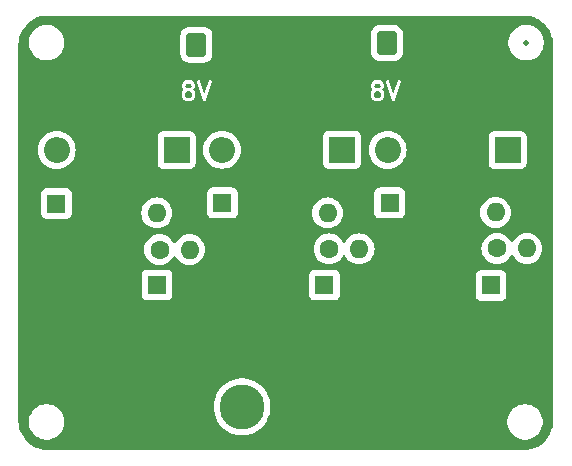
<source format=gbr>
%TF.GenerationSoftware,KiCad,Pcbnew,8.0.4*%
%TF.CreationDate,2024-09-01T23:45:10+09:00*%
%TF.ProjectId,servo_supply,73657276-6f5f-4737-9570-706c792e6b69,rev?*%
%TF.SameCoordinates,Original*%
%TF.FileFunction,Copper,L1,Top*%
%TF.FilePolarity,Positive*%
%FSLAX46Y46*%
G04 Gerber Fmt 4.6, Leading zero omitted, Abs format (unit mm)*
G04 Created by KiCad (PCBNEW 8.0.4) date 2024-09-01 23:45:10*
%MOMM*%
%LPD*%
G01*
G04 APERTURE LIST*
G04 Aperture macros list*
%AMRoundRect*
0 Rectangle with rounded corners*
0 $1 Rounding radius*
0 $2 $3 $4 $5 $6 $7 $8 $9 X,Y pos of 4 corners*
0 Add a 4 corners polygon primitive as box body*
4,1,4,$2,$3,$4,$5,$6,$7,$8,$9,$2,$3,0*
0 Add four circle primitives for the rounded corners*
1,1,$1+$1,$2,$3*
1,1,$1+$1,$4,$5*
1,1,$1+$1,$6,$7*
1,1,$1+$1,$8,$9*
0 Add four rect primitives between the rounded corners*
20,1,$1+$1,$2,$3,$4,$5,0*
20,1,$1+$1,$4,$5,$6,$7,0*
20,1,$1+$1,$6,$7,$8,$9,0*
20,1,$1+$1,$8,$9,$2,$3,0*%
G04 Aperture macros list end*
%ADD10C,0.300000*%
%TA.AperFunction,ComponentPad*%
%ADD11C,1.600000*%
%TD*%
%TA.AperFunction,ComponentPad*%
%ADD12O,1.600000X1.600000*%
%TD*%
%TA.AperFunction,ComponentPad*%
%ADD13R,1.600000X1.600000*%
%TD*%
%TA.AperFunction,SMDPad,CuDef*%
%ADD14C,0.500000*%
%TD*%
%TA.AperFunction,ComponentPad*%
%ADD15R,2.200000X2.200000*%
%TD*%
%TA.AperFunction,ComponentPad*%
%ADD16O,2.200000X2.200000*%
%TD*%
%TA.AperFunction,ComponentPad*%
%ADD17RoundRect,0.250000X-0.600000X-0.750000X0.600000X-0.750000X0.600000X0.750000X-0.600000X0.750000X0*%
%TD*%
%TA.AperFunction,ComponentPad*%
%ADD18O,1.700000X2.000000*%
%TD*%
%TA.AperFunction,ComponentPad*%
%ADD19R,3.800000X3.800000*%
%TD*%
%TA.AperFunction,ComponentPad*%
%ADD20C,3.800000*%
%TD*%
%TA.AperFunction,ViaPad*%
%ADD21C,0.600000*%
%TD*%
%TA.AperFunction,Conductor*%
%ADD22C,0.800000*%
%TD*%
G04 APERTURE END LIST*
D10*
G36*
X168494514Y-79148392D02*
G01*
X168531518Y-79185396D01*
X168576225Y-79274810D01*
X168576225Y-79489703D01*
X168531517Y-79579117D01*
X168494514Y-79616121D01*
X168405101Y-79660828D01*
X168190206Y-79660828D01*
X168100792Y-79616121D01*
X168063787Y-79579116D01*
X168019082Y-79489704D01*
X168019082Y-79274809D01*
X168063788Y-79185395D01*
X168100792Y-79148392D01*
X168190206Y-79103685D01*
X168405100Y-79103685D01*
X168494514Y-79148392D01*
G37*
G36*
X168494514Y-78505535D02*
G01*
X168531518Y-78542539D01*
X168576225Y-78631952D01*
X168576225Y-78632560D01*
X168531517Y-78721974D01*
X168494514Y-78758978D01*
X168405101Y-78803685D01*
X168190206Y-78803685D01*
X168100792Y-78758978D01*
X168063787Y-78721973D01*
X168019082Y-78632561D01*
X168019082Y-78631951D01*
X168063787Y-78542540D01*
X168100792Y-78505535D01*
X168190206Y-78460828D01*
X168405100Y-78460828D01*
X168494514Y-78505535D01*
G37*
G36*
X170470286Y-80127495D02*
G01*
X167552415Y-80127495D01*
X167552415Y-78596542D01*
X167719082Y-78596542D01*
X167719082Y-78667971D01*
X167721964Y-78697235D01*
X167724026Y-78702213D01*
X167724408Y-78707589D01*
X167734918Y-78735053D01*
X167806346Y-78877910D01*
X167814273Y-78890503D01*
X167815789Y-78894163D01*
X167819170Y-78898282D01*
X167822011Y-78902796D01*
X167825004Y-78905392D01*
X167834444Y-78916894D01*
X167871235Y-78953685D01*
X167834445Y-78990475D01*
X167825002Y-79001980D01*
X167822011Y-79004575D01*
X167819171Y-79009085D01*
X167815790Y-79013206D01*
X167814274Y-79016865D01*
X167806346Y-79029460D01*
X167734918Y-79172319D01*
X167724408Y-79199782D01*
X167724026Y-79205157D01*
X167721964Y-79210136D01*
X167719082Y-79239400D01*
X167719082Y-79525114D01*
X167721964Y-79554378D01*
X167724026Y-79559356D01*
X167724408Y-79564732D01*
X167734918Y-79592196D01*
X167806346Y-79735053D01*
X167814273Y-79747646D01*
X167815789Y-79751306D01*
X167819170Y-79755425D01*
X167822011Y-79759939D01*
X167825004Y-79762535D01*
X167834444Y-79774037D01*
X167905873Y-79845466D01*
X167917377Y-79854907D01*
X167919972Y-79857899D01*
X167924481Y-79860737D01*
X167928604Y-79864121D01*
X167932265Y-79865637D01*
X167944857Y-79873564D01*
X168087715Y-79944992D01*
X168115178Y-79955502D01*
X168120553Y-79955883D01*
X168125532Y-79957946D01*
X168154796Y-79960828D01*
X168440510Y-79960828D01*
X168469774Y-79957946D01*
X168474752Y-79955883D01*
X168480128Y-79955502D01*
X168507591Y-79944992D01*
X168650450Y-79873564D01*
X168663044Y-79865635D01*
X168666704Y-79864120D01*
X168670824Y-79860738D01*
X168675335Y-79857899D01*
X168677929Y-79854907D01*
X168689435Y-79845465D01*
X168760863Y-79774036D01*
X168770301Y-79762535D01*
X168773295Y-79759939D01*
X168776135Y-79755426D01*
X168779517Y-79751306D01*
X168781032Y-79747646D01*
X168788960Y-79735053D01*
X168860389Y-79592197D01*
X168870898Y-79564733D01*
X168871279Y-79559358D01*
X168873343Y-79554378D01*
X168876225Y-79525114D01*
X168876225Y-79239400D01*
X168873343Y-79210136D01*
X168871281Y-79205158D01*
X168870899Y-79199781D01*
X168860389Y-79172318D01*
X168788960Y-79029460D01*
X168781033Y-79016868D01*
X168779517Y-79013206D01*
X168776133Y-79009083D01*
X168773295Y-79004574D01*
X168770302Y-79001978D01*
X168760862Y-78990476D01*
X168724071Y-78953685D01*
X168760863Y-78916893D01*
X168770301Y-78905392D01*
X168773295Y-78902796D01*
X168776135Y-78898283D01*
X168779517Y-78894163D01*
X168781032Y-78890503D01*
X168788960Y-78877910D01*
X168860389Y-78735054D01*
X168870898Y-78707590D01*
X168871279Y-78702215D01*
X168873343Y-78697235D01*
X168876225Y-78667971D01*
X168876225Y-78596542D01*
X168873343Y-78567278D01*
X168871279Y-78562297D01*
X168870898Y-78556923D01*
X168860389Y-78529459D01*
X168788960Y-78386603D01*
X168781033Y-78374011D01*
X168779517Y-78370349D01*
X168776133Y-78366226D01*
X168773295Y-78361717D01*
X168770302Y-78359121D01*
X168760862Y-78347619D01*
X168742832Y-78329589D01*
X169005974Y-78329589D01*
X169012494Y-78358262D01*
X169512494Y-79858262D01*
X169524482Y-79885113D01*
X169531504Y-79893210D01*
X169536297Y-79902795D01*
X169550503Y-79915116D01*
X169562829Y-79929328D01*
X169572416Y-79934121D01*
X169580511Y-79941142D01*
X169598353Y-79947089D01*
X169615177Y-79955501D01*
X169625867Y-79956260D01*
X169636035Y-79959650D01*
X169654791Y-79958317D01*
X169673557Y-79959651D01*
X169683727Y-79956260D01*
X169694416Y-79955501D01*
X169711237Y-79947090D01*
X169729081Y-79941142D01*
X169737177Y-79934119D01*
X169746763Y-79929327D01*
X169759086Y-79915118D01*
X169773295Y-79902795D01*
X169778087Y-79893209D01*
X169785110Y-79885113D01*
X169797098Y-79858262D01*
X170297099Y-78358262D01*
X170303619Y-78329588D01*
X170299469Y-78271208D01*
X170273295Y-78218861D01*
X170229081Y-78180514D01*
X170173557Y-78162005D01*
X170115177Y-78166155D01*
X170062829Y-78192328D01*
X170024482Y-78236543D01*
X170012494Y-78263394D01*
X169654796Y-79336486D01*
X169297098Y-78263394D01*
X169285110Y-78236543D01*
X169246763Y-78192329D01*
X169194416Y-78166155D01*
X169136035Y-78162006D01*
X169080511Y-78180514D01*
X169036297Y-78218861D01*
X169010123Y-78271208D01*
X169005974Y-78329589D01*
X168742832Y-78329589D01*
X168689434Y-78276191D01*
X168677932Y-78266751D01*
X168675336Y-78263758D01*
X168670822Y-78260917D01*
X168666703Y-78257536D01*
X168663043Y-78256020D01*
X168650450Y-78248093D01*
X168507592Y-78176664D01*
X168480129Y-78166154D01*
X168474751Y-78165771D01*
X168469774Y-78163710D01*
X168440510Y-78160828D01*
X168154796Y-78160828D01*
X168125532Y-78163710D01*
X168120551Y-78165773D01*
X168115177Y-78166155D01*
X168087713Y-78176664D01*
X167944857Y-78248093D01*
X167932263Y-78256020D01*
X167928604Y-78257536D01*
X167924483Y-78260917D01*
X167919971Y-78263758D01*
X167917374Y-78266751D01*
X167905874Y-78276190D01*
X167834445Y-78347618D01*
X167825005Y-78359120D01*
X167822011Y-78361717D01*
X167819169Y-78366231D01*
X167815790Y-78370349D01*
X167814274Y-78374007D01*
X167806346Y-78386603D01*
X167734918Y-78529460D01*
X167724408Y-78556924D01*
X167724026Y-78562299D01*
X167721964Y-78567278D01*
X167719082Y-78596542D01*
X167552415Y-78596542D01*
X167552415Y-77994161D01*
X170470286Y-77994161D01*
X170470286Y-80127495D01*
G37*
G36*
X152492514Y-79148392D02*
G01*
X152529518Y-79185396D01*
X152574225Y-79274810D01*
X152574225Y-79489703D01*
X152529517Y-79579117D01*
X152492514Y-79616121D01*
X152403101Y-79660828D01*
X152188206Y-79660828D01*
X152098792Y-79616121D01*
X152061787Y-79579116D01*
X152017082Y-79489704D01*
X152017082Y-79274809D01*
X152061788Y-79185395D01*
X152098792Y-79148392D01*
X152188206Y-79103685D01*
X152403100Y-79103685D01*
X152492514Y-79148392D01*
G37*
G36*
X152492514Y-78505535D02*
G01*
X152529518Y-78542539D01*
X152574225Y-78631952D01*
X152574225Y-78632560D01*
X152529517Y-78721974D01*
X152492514Y-78758978D01*
X152403101Y-78803685D01*
X152188206Y-78803685D01*
X152098792Y-78758978D01*
X152061787Y-78721973D01*
X152017082Y-78632561D01*
X152017082Y-78631951D01*
X152061787Y-78542540D01*
X152098792Y-78505535D01*
X152188206Y-78460828D01*
X152403100Y-78460828D01*
X152492514Y-78505535D01*
G37*
G36*
X154468286Y-80127495D02*
G01*
X151550415Y-80127495D01*
X151550415Y-78596542D01*
X151717082Y-78596542D01*
X151717082Y-78667971D01*
X151719964Y-78697235D01*
X151722026Y-78702213D01*
X151722408Y-78707589D01*
X151732918Y-78735053D01*
X151804346Y-78877910D01*
X151812273Y-78890503D01*
X151813789Y-78894163D01*
X151817170Y-78898282D01*
X151820011Y-78902796D01*
X151823004Y-78905392D01*
X151832444Y-78916894D01*
X151869235Y-78953685D01*
X151832445Y-78990475D01*
X151823002Y-79001980D01*
X151820011Y-79004575D01*
X151817171Y-79009085D01*
X151813790Y-79013206D01*
X151812274Y-79016865D01*
X151804346Y-79029460D01*
X151732918Y-79172319D01*
X151722408Y-79199782D01*
X151722026Y-79205157D01*
X151719964Y-79210136D01*
X151717082Y-79239400D01*
X151717082Y-79525114D01*
X151719964Y-79554378D01*
X151722026Y-79559356D01*
X151722408Y-79564732D01*
X151732918Y-79592196D01*
X151804346Y-79735053D01*
X151812273Y-79747646D01*
X151813789Y-79751306D01*
X151817170Y-79755425D01*
X151820011Y-79759939D01*
X151823004Y-79762535D01*
X151832444Y-79774037D01*
X151903873Y-79845466D01*
X151915377Y-79854907D01*
X151917972Y-79857899D01*
X151922481Y-79860737D01*
X151926604Y-79864121D01*
X151930265Y-79865637D01*
X151942857Y-79873564D01*
X152085715Y-79944992D01*
X152113178Y-79955502D01*
X152118553Y-79955883D01*
X152123532Y-79957946D01*
X152152796Y-79960828D01*
X152438510Y-79960828D01*
X152467774Y-79957946D01*
X152472752Y-79955883D01*
X152478128Y-79955502D01*
X152505591Y-79944992D01*
X152648450Y-79873564D01*
X152661044Y-79865635D01*
X152664704Y-79864120D01*
X152668824Y-79860738D01*
X152673335Y-79857899D01*
X152675929Y-79854907D01*
X152687435Y-79845465D01*
X152758863Y-79774036D01*
X152768301Y-79762535D01*
X152771295Y-79759939D01*
X152774135Y-79755426D01*
X152777517Y-79751306D01*
X152779032Y-79747646D01*
X152786960Y-79735053D01*
X152858389Y-79592197D01*
X152868898Y-79564733D01*
X152869279Y-79559358D01*
X152871343Y-79554378D01*
X152874225Y-79525114D01*
X152874225Y-79239400D01*
X152871343Y-79210136D01*
X152869281Y-79205158D01*
X152868899Y-79199781D01*
X152858389Y-79172318D01*
X152786960Y-79029460D01*
X152779033Y-79016868D01*
X152777517Y-79013206D01*
X152774133Y-79009083D01*
X152771295Y-79004574D01*
X152768302Y-79001978D01*
X152758862Y-78990476D01*
X152722071Y-78953685D01*
X152758863Y-78916893D01*
X152768301Y-78905392D01*
X152771295Y-78902796D01*
X152774135Y-78898283D01*
X152777517Y-78894163D01*
X152779032Y-78890503D01*
X152786960Y-78877910D01*
X152858389Y-78735054D01*
X152868898Y-78707590D01*
X152869279Y-78702215D01*
X152871343Y-78697235D01*
X152874225Y-78667971D01*
X152874225Y-78596542D01*
X152871343Y-78567278D01*
X152869279Y-78562297D01*
X152868898Y-78556923D01*
X152858389Y-78529459D01*
X152786960Y-78386603D01*
X152779033Y-78374011D01*
X152777517Y-78370349D01*
X152774133Y-78366226D01*
X152771295Y-78361717D01*
X152768302Y-78359121D01*
X152758862Y-78347619D01*
X152740832Y-78329589D01*
X153003974Y-78329589D01*
X153010494Y-78358262D01*
X153510494Y-79858262D01*
X153522482Y-79885113D01*
X153529504Y-79893210D01*
X153534297Y-79902795D01*
X153548503Y-79915116D01*
X153560829Y-79929328D01*
X153570416Y-79934121D01*
X153578511Y-79941142D01*
X153596353Y-79947089D01*
X153613177Y-79955501D01*
X153623867Y-79956260D01*
X153634035Y-79959650D01*
X153652791Y-79958317D01*
X153671557Y-79959651D01*
X153681727Y-79956260D01*
X153692416Y-79955501D01*
X153709237Y-79947090D01*
X153727081Y-79941142D01*
X153735177Y-79934119D01*
X153744763Y-79929327D01*
X153757086Y-79915118D01*
X153771295Y-79902795D01*
X153776087Y-79893209D01*
X153783110Y-79885113D01*
X153795098Y-79858262D01*
X154295099Y-78358262D01*
X154301619Y-78329588D01*
X154297469Y-78271208D01*
X154271295Y-78218861D01*
X154227081Y-78180514D01*
X154171557Y-78162005D01*
X154113177Y-78166155D01*
X154060829Y-78192328D01*
X154022482Y-78236543D01*
X154010494Y-78263394D01*
X153652796Y-79336486D01*
X153295098Y-78263394D01*
X153283110Y-78236543D01*
X153244763Y-78192329D01*
X153192416Y-78166155D01*
X153134035Y-78162006D01*
X153078511Y-78180514D01*
X153034297Y-78218861D01*
X153008123Y-78271208D01*
X153003974Y-78329589D01*
X152740832Y-78329589D01*
X152687434Y-78276191D01*
X152675932Y-78266751D01*
X152673336Y-78263758D01*
X152668822Y-78260917D01*
X152664703Y-78257536D01*
X152661043Y-78256020D01*
X152648450Y-78248093D01*
X152505592Y-78176664D01*
X152478129Y-78166154D01*
X152472751Y-78165771D01*
X152467774Y-78163710D01*
X152438510Y-78160828D01*
X152152796Y-78160828D01*
X152123532Y-78163710D01*
X152118551Y-78165773D01*
X152113177Y-78166155D01*
X152085713Y-78176664D01*
X151942857Y-78248093D01*
X151930263Y-78256020D01*
X151926604Y-78257536D01*
X151922483Y-78260917D01*
X151917971Y-78263758D01*
X151915374Y-78266751D01*
X151903874Y-78276190D01*
X151832445Y-78347618D01*
X151823005Y-78359120D01*
X151820011Y-78361717D01*
X151817169Y-78366231D01*
X151813790Y-78370349D01*
X151812274Y-78374007D01*
X151804346Y-78386603D01*
X151732918Y-78529460D01*
X151722408Y-78556924D01*
X151722026Y-78562299D01*
X151719964Y-78567278D01*
X151717082Y-78596542D01*
X151550415Y-78596542D01*
X151550415Y-77994161D01*
X154468286Y-77994161D01*
X154468286Y-80127495D01*
G37*
D11*
%TO.P,R6,1*%
%TO.N,GND*%
X152165000Y-89408000D03*
D12*
%TO.P,R6,2*%
%TO.N,Net-(U3-ADJ)*%
X149625000Y-89408000D03*
%TD*%
D13*
%TO.P,C2,1*%
%TO.N,Net-(D2-A)*%
X155174887Y-88560000D03*
D11*
%TO.P,C2,2*%
%TO.N,GND*%
X157674887Y-88560000D03*
%TD*%
D14*
%TO.P,REF\u002A\u002A,*%
%TO.N,*%
X180900000Y-75000000D03*
%TD*%
D11*
%TO.P,R5,1*%
%TO.N,GND*%
X166624000Y-89408000D03*
D12*
%TO.P,R5,2*%
%TO.N,Net-(U2-ADJ)*%
X164084000Y-89408000D03*
%TD*%
D15*
%TO.P,D3,1,K*%
%TO.N,+8V*%
X151300000Y-84080000D03*
D16*
%TO.P,D3,2,A*%
%TO.N,Net-(D3-A)*%
X141140000Y-84080000D03*
%TD*%
D11*
%TO.P,R4,1*%
%TO.N,GND*%
X180848000Y-89370000D03*
D12*
%TO.P,R4,2*%
%TO.N,Net-(U1-ADJ)*%
X178308000Y-89370000D03*
%TD*%
D13*
%TO.P,C4,1*%
%TO.N,Net-(D1-A)*%
X169344888Y-88560000D03*
D11*
%TO.P,C4,2*%
%TO.N,GND*%
X171844888Y-88560000D03*
%TD*%
D17*
%TO.P,J2,1,Pin_1*%
%TO.N,+8V*%
X152980000Y-75180000D03*
D18*
%TO.P,J2,2,Pin_2*%
%TO.N,GND*%
X155480000Y-75180000D03*
%TD*%
D13*
%TO.P,C1,1*%
%TO.N,+12V*%
X177920000Y-95540000D03*
D11*
%TO.P,C1,2*%
%TO.N,GND*%
X177920000Y-98040000D03*
%TD*%
D13*
%TO.P,C3,1*%
%TO.N,+12V*%
X163800000Y-95524888D03*
D11*
%TO.P,C3,2*%
%TO.N,GND*%
X163800000Y-98024888D03*
%TD*%
D13*
%TO.P,C5,1*%
%TO.N,+12V*%
X149640000Y-95524888D03*
D11*
%TO.P,C5,2*%
%TO.N,GND*%
X149640000Y-98024888D03*
%TD*%
D15*
%TO.P,D1,1,K*%
%TO.N,+8V*%
X179324000Y-84074000D03*
D16*
%TO.P,D1,2,A*%
%TO.N,Net-(D1-A)*%
X169164000Y-84074000D03*
%TD*%
D11*
%TO.P,R3,1*%
%TO.N,Net-(D3-A)*%
X149860000Y-92510000D03*
D12*
%TO.P,R3,2*%
%TO.N,Net-(U3-ADJ)*%
X152400000Y-92510000D03*
%TD*%
D11*
%TO.P,R2,1*%
%TO.N,Net-(D2-A)*%
X164215000Y-92450000D03*
D12*
%TO.P,R2,2*%
%TO.N,Net-(U2-ADJ)*%
X166755000Y-92450000D03*
%TD*%
D15*
%TO.P,D2,1,K*%
%TO.N,+8V*%
X165310000Y-84060000D03*
D16*
%TO.P,D2,2,A*%
%TO.N,Net-(D2-A)*%
X155150000Y-84060000D03*
%TD*%
D11*
%TO.P,R1,1*%
%TO.N,Net-(D1-A)*%
X178415000Y-92420000D03*
D12*
%TO.P,R1,2*%
%TO.N,Net-(U1-ADJ)*%
X180955000Y-92420000D03*
%TD*%
D13*
%TO.P,C6,1*%
%TO.N,Net-(D3-A)*%
X141120000Y-88630000D03*
D11*
%TO.P,C6,2*%
%TO.N,GND*%
X143620000Y-88630000D03*
%TD*%
D17*
%TO.P,J3,1,Pin_1*%
%TO.N,+8V*%
X169100000Y-75030000D03*
D18*
%TO.P,J3,2,Pin_2*%
%TO.N,GND*%
X171600000Y-75030000D03*
%TD*%
D19*
%TO.P,J1,1,Pin_1*%
%TO.N,GND*%
X161840000Y-105830000D03*
D20*
%TO.P,J1,2,Pin_2*%
%TO.N,+12V*%
X156840000Y-105830000D03*
%TD*%
D21*
%TO.N,GND*%
X153670000Y-99060000D03*
X168910000Y-98044000D03*
%TD*%
D22*
%TO.N,Net-(U1-ADJ)*%
X177965000Y-89370000D02*
X177965000Y-89430000D01*
X180955000Y-92420000D02*
X180955000Y-92360000D01*
%TD*%
%TA.AperFunction,Conductor*%
%TO.N,GND*%
G36*
X180703736Y-72700726D02*
G01*
X180993796Y-72718271D01*
X181008659Y-72720076D01*
X181290798Y-72771780D01*
X181305335Y-72775363D01*
X181579172Y-72860695D01*
X181593163Y-72866000D01*
X181854743Y-72983727D01*
X181867989Y-72990680D01*
X182113465Y-73139075D01*
X182125776Y-73147573D01*
X182351573Y-73324473D01*
X182362781Y-73334403D01*
X182565596Y-73537218D01*
X182575526Y-73548426D01*
X182729677Y-73745186D01*
X182752422Y-73774217D01*
X182760926Y-73786537D01*
X182791606Y-73837288D01*
X182909316Y-74032004D01*
X182916275Y-74045263D01*
X183033997Y-74306831D01*
X183039306Y-74320832D01*
X183124635Y-74594663D01*
X183128219Y-74609201D01*
X183179923Y-74891340D01*
X183181728Y-74906205D01*
X183199274Y-75196263D01*
X183199500Y-75203750D01*
X183199500Y-106996249D01*
X183199274Y-107003736D01*
X183181728Y-107293794D01*
X183179923Y-107308659D01*
X183128219Y-107590798D01*
X183124635Y-107605336D01*
X183039306Y-107879167D01*
X183033997Y-107893168D01*
X182916275Y-108154736D01*
X182909316Y-108167995D01*
X182760928Y-108413459D01*
X182752422Y-108425782D01*
X182575526Y-108651573D01*
X182565596Y-108662781D01*
X182362781Y-108865596D01*
X182351573Y-108875526D01*
X182125782Y-109052422D01*
X182113459Y-109060928D01*
X181867995Y-109209316D01*
X181854736Y-109216275D01*
X181593168Y-109333997D01*
X181579167Y-109339306D01*
X181305336Y-109424635D01*
X181290798Y-109428219D01*
X181008659Y-109479923D01*
X180993794Y-109481728D01*
X180703736Y-109499274D01*
X180696249Y-109499500D01*
X140403751Y-109499500D01*
X140396264Y-109499274D01*
X140106205Y-109481728D01*
X140091340Y-109479923D01*
X139809201Y-109428219D01*
X139794663Y-109424635D01*
X139520832Y-109339306D01*
X139506831Y-109333997D01*
X139245263Y-109216275D01*
X139232004Y-109209316D01*
X138986540Y-109060928D01*
X138974217Y-109052422D01*
X138748426Y-108875526D01*
X138737218Y-108865596D01*
X138534403Y-108662781D01*
X138524473Y-108651573D01*
X138455514Y-108563553D01*
X138347573Y-108425776D01*
X138339075Y-108413465D01*
X138190680Y-108167989D01*
X138183727Y-108154743D01*
X138066000Y-107893163D01*
X138060693Y-107879167D01*
X138054974Y-107860815D01*
X137975363Y-107605335D01*
X137971780Y-107590798D01*
X137920076Y-107308659D01*
X137918271Y-107293794D01*
X137900726Y-107003736D01*
X137900500Y-106996249D01*
X137900500Y-106981902D01*
X138799500Y-106981902D01*
X138799500Y-107218097D01*
X138836446Y-107451368D01*
X138909433Y-107675996D01*
X138998897Y-107851578D01*
X139016657Y-107886433D01*
X139155483Y-108077510D01*
X139322490Y-108244517D01*
X139513567Y-108383343D01*
X139572673Y-108413459D01*
X139724003Y-108490566D01*
X139724005Y-108490566D01*
X139724008Y-108490568D01*
X139844412Y-108529689D01*
X139948631Y-108563553D01*
X140181903Y-108600500D01*
X140181908Y-108600500D01*
X140418097Y-108600500D01*
X140651368Y-108563553D01*
X140875992Y-108490568D01*
X141086433Y-108383343D01*
X141277510Y-108244517D01*
X141444517Y-108077510D01*
X141583343Y-107886433D01*
X141690568Y-107675992D01*
X141763553Y-107451368D01*
X141786156Y-107308659D01*
X141800500Y-107218097D01*
X141800500Y-106981902D01*
X141763553Y-106748631D01*
X141690566Y-106524003D01*
X141583342Y-106313566D01*
X141444517Y-106122490D01*
X141277510Y-105955483D01*
X141104790Y-105829994D01*
X154434754Y-105829994D01*
X154434754Y-105830005D01*
X154453718Y-106131446D01*
X154453719Y-106131453D01*
X154510320Y-106428164D01*
X154603659Y-106715431D01*
X154603661Y-106715436D01*
X154732265Y-106988732D01*
X154732268Y-106988738D01*
X154894111Y-107243763D01*
X154894114Y-107243767D01*
X154894115Y-107243768D01*
X155086651Y-107476504D01*
X155299083Y-107675992D01*
X155306836Y-107683272D01*
X155306846Y-107683280D01*
X155551193Y-107860808D01*
X155551198Y-107860810D01*
X155551205Y-107860816D01*
X155815896Y-108006332D01*
X155815901Y-108006334D01*
X155815903Y-108006335D01*
X155815904Y-108006336D01*
X156096734Y-108117524D01*
X156096737Y-108117525D01*
X156194259Y-108142564D01*
X156389302Y-108192642D01*
X156536039Y-108211179D01*
X156688963Y-108230499D01*
X156688969Y-108230499D01*
X156688973Y-108230500D01*
X156688975Y-108230500D01*
X156991025Y-108230500D01*
X156991027Y-108230500D01*
X156991032Y-108230499D01*
X156991036Y-108230499D01*
X157070591Y-108220448D01*
X157290698Y-108192642D01*
X157583262Y-108117525D01*
X157583265Y-108117524D01*
X157864095Y-108006336D01*
X157864096Y-108006335D01*
X157864094Y-108006335D01*
X157864104Y-108006332D01*
X158128795Y-107860816D01*
X158373162Y-107683274D01*
X158593349Y-107476504D01*
X158785885Y-107243768D01*
X158947733Y-106988736D01*
X158950949Y-106981902D01*
X179299500Y-106981902D01*
X179299500Y-107218097D01*
X179336446Y-107451368D01*
X179409433Y-107675996D01*
X179498897Y-107851578D01*
X179516657Y-107886433D01*
X179655483Y-108077510D01*
X179822490Y-108244517D01*
X180013567Y-108383343D01*
X180072673Y-108413459D01*
X180224003Y-108490566D01*
X180224005Y-108490566D01*
X180224008Y-108490568D01*
X180344412Y-108529689D01*
X180448631Y-108563553D01*
X180681903Y-108600500D01*
X180681908Y-108600500D01*
X180918097Y-108600500D01*
X181151368Y-108563553D01*
X181375992Y-108490568D01*
X181586433Y-108383343D01*
X181777510Y-108244517D01*
X181944517Y-108077510D01*
X182083343Y-107886433D01*
X182190568Y-107675992D01*
X182263553Y-107451368D01*
X182286156Y-107308659D01*
X182300500Y-107218097D01*
X182300500Y-106981902D01*
X182263553Y-106748631D01*
X182190566Y-106524003D01*
X182083342Y-106313566D01*
X181944517Y-106122490D01*
X181777510Y-105955483D01*
X181586433Y-105816657D01*
X181375996Y-105709433D01*
X181151368Y-105636446D01*
X180918097Y-105599500D01*
X180918092Y-105599500D01*
X180681908Y-105599500D01*
X180681903Y-105599500D01*
X180448631Y-105636446D01*
X180224003Y-105709433D01*
X180013566Y-105816657D01*
X179904550Y-105895862D01*
X179822490Y-105955483D01*
X179822488Y-105955485D01*
X179822487Y-105955485D01*
X179655485Y-106122487D01*
X179655485Y-106122488D01*
X179655483Y-106122490D01*
X179595862Y-106204550D01*
X179516657Y-106313566D01*
X179409433Y-106524003D01*
X179336446Y-106748631D01*
X179299500Y-106981902D01*
X158950949Y-106981902D01*
X159076341Y-106715430D01*
X159169681Y-106428160D01*
X159226280Y-106131457D01*
X159226844Y-106122490D01*
X159245246Y-105830005D01*
X159245246Y-105829994D01*
X159226281Y-105528553D01*
X159226280Y-105528546D01*
X159226280Y-105528543D01*
X159169681Y-105231840D01*
X159076341Y-104944570D01*
X158947733Y-104671264D01*
X158785885Y-104416232D01*
X158593349Y-104183496D01*
X158373162Y-103976726D01*
X158373159Y-103976724D01*
X158373153Y-103976719D01*
X158128806Y-103799191D01*
X158128799Y-103799186D01*
X158128795Y-103799184D01*
X157864104Y-103653668D01*
X157864101Y-103653666D01*
X157864096Y-103653664D01*
X157864095Y-103653663D01*
X157583265Y-103542475D01*
X157583262Y-103542474D01*
X157290695Y-103467357D01*
X156991036Y-103429500D01*
X156991027Y-103429500D01*
X156688973Y-103429500D01*
X156688963Y-103429500D01*
X156389304Y-103467357D01*
X156096737Y-103542474D01*
X156096734Y-103542475D01*
X155815904Y-103653663D01*
X155815903Y-103653664D01*
X155551205Y-103799184D01*
X155551193Y-103799191D01*
X155306846Y-103976719D01*
X155306836Y-103976727D01*
X155086652Y-104183494D01*
X154894111Y-104416236D01*
X154732268Y-104671261D01*
X154732265Y-104671267D01*
X154603661Y-104944563D01*
X154603659Y-104944568D01*
X154510320Y-105231835D01*
X154453719Y-105528546D01*
X154453718Y-105528553D01*
X154434754Y-105829994D01*
X141104790Y-105829994D01*
X141086433Y-105816657D01*
X140875996Y-105709433D01*
X140651368Y-105636446D01*
X140418097Y-105599500D01*
X140418092Y-105599500D01*
X140181908Y-105599500D01*
X140181903Y-105599500D01*
X139948631Y-105636446D01*
X139724003Y-105709433D01*
X139513566Y-105816657D01*
X139404550Y-105895862D01*
X139322490Y-105955483D01*
X139322488Y-105955485D01*
X139322487Y-105955485D01*
X139155485Y-106122487D01*
X139155485Y-106122488D01*
X139155483Y-106122490D01*
X139095862Y-106204550D01*
X139016657Y-106313566D01*
X138909433Y-106524003D01*
X138836446Y-106748631D01*
X138799500Y-106981902D01*
X137900500Y-106981902D01*
X137900500Y-94677023D01*
X148339500Y-94677023D01*
X148339500Y-96372758D01*
X148339501Y-96372764D01*
X148345908Y-96432371D01*
X148396202Y-96567216D01*
X148396206Y-96567223D01*
X148482452Y-96682432D01*
X148482455Y-96682435D01*
X148597664Y-96768681D01*
X148597671Y-96768685D01*
X148732517Y-96818979D01*
X148732516Y-96818979D01*
X148739444Y-96819723D01*
X148792127Y-96825388D01*
X150487872Y-96825387D01*
X150547483Y-96818979D01*
X150682331Y-96768684D01*
X150797546Y-96682434D01*
X150883796Y-96567219D01*
X150934091Y-96432371D01*
X150940500Y-96372761D01*
X150940499Y-94677023D01*
X162499500Y-94677023D01*
X162499500Y-96372758D01*
X162499501Y-96372764D01*
X162505908Y-96432371D01*
X162556202Y-96567216D01*
X162556206Y-96567223D01*
X162642452Y-96682432D01*
X162642455Y-96682435D01*
X162757664Y-96768681D01*
X162757671Y-96768685D01*
X162892517Y-96818979D01*
X162892516Y-96818979D01*
X162899444Y-96819723D01*
X162952127Y-96825388D01*
X164647872Y-96825387D01*
X164707483Y-96818979D01*
X164842331Y-96768684D01*
X164957546Y-96682434D01*
X165043796Y-96567219D01*
X165094091Y-96432371D01*
X165100500Y-96372761D01*
X165100499Y-94692135D01*
X176619500Y-94692135D01*
X176619500Y-96387870D01*
X176619501Y-96387876D01*
X176625908Y-96447483D01*
X176676202Y-96582328D01*
X176676206Y-96582335D01*
X176762452Y-96697544D01*
X176762455Y-96697547D01*
X176877664Y-96783793D01*
X176877671Y-96783797D01*
X177012517Y-96834091D01*
X177012516Y-96834091D01*
X177019444Y-96834835D01*
X177072127Y-96840500D01*
X178767872Y-96840499D01*
X178827483Y-96834091D01*
X178962331Y-96783796D01*
X179077546Y-96697546D01*
X179163796Y-96582331D01*
X179214091Y-96447483D01*
X179220500Y-96387873D01*
X179220499Y-94692128D01*
X179214091Y-94632517D01*
X179208454Y-94617404D01*
X179163797Y-94497671D01*
X179163793Y-94497664D01*
X179077547Y-94382455D01*
X179077544Y-94382452D01*
X178962335Y-94296206D01*
X178962328Y-94296202D01*
X178827482Y-94245908D01*
X178827483Y-94245908D01*
X178767883Y-94239501D01*
X178767881Y-94239500D01*
X178767873Y-94239500D01*
X178767864Y-94239500D01*
X177072129Y-94239500D01*
X177072123Y-94239501D01*
X177012516Y-94245908D01*
X176877671Y-94296202D01*
X176877664Y-94296206D01*
X176762455Y-94382452D01*
X176762452Y-94382455D01*
X176676206Y-94497664D01*
X176676202Y-94497671D01*
X176625908Y-94632517D01*
X176621124Y-94677023D01*
X176619501Y-94692123D01*
X176619500Y-94692135D01*
X165100499Y-94692135D01*
X165100499Y-94677016D01*
X165094091Y-94617405D01*
X165049432Y-94497669D01*
X165043797Y-94482559D01*
X165043793Y-94482552D01*
X164957547Y-94367343D01*
X164957544Y-94367340D01*
X164842335Y-94281094D01*
X164842328Y-94281090D01*
X164707482Y-94230796D01*
X164707483Y-94230796D01*
X164647883Y-94224389D01*
X164647881Y-94224388D01*
X164647873Y-94224388D01*
X164647864Y-94224388D01*
X162952129Y-94224388D01*
X162952123Y-94224389D01*
X162892516Y-94230796D01*
X162757671Y-94281090D01*
X162757664Y-94281094D01*
X162642455Y-94367340D01*
X162642452Y-94367343D01*
X162556206Y-94482552D01*
X162556202Y-94482559D01*
X162505908Y-94617405D01*
X162499501Y-94677004D01*
X162499501Y-94677011D01*
X162499500Y-94677023D01*
X150940499Y-94677023D01*
X150940499Y-94677016D01*
X150934091Y-94617405D01*
X150889432Y-94497669D01*
X150883797Y-94482559D01*
X150883793Y-94482552D01*
X150797547Y-94367343D01*
X150797544Y-94367340D01*
X150682335Y-94281094D01*
X150682328Y-94281090D01*
X150547482Y-94230796D01*
X150547483Y-94230796D01*
X150487883Y-94224389D01*
X150487881Y-94224388D01*
X150487873Y-94224388D01*
X150487864Y-94224388D01*
X148792129Y-94224388D01*
X148792123Y-94224389D01*
X148732516Y-94230796D01*
X148597671Y-94281090D01*
X148597664Y-94281094D01*
X148482455Y-94367340D01*
X148482452Y-94367343D01*
X148396206Y-94482552D01*
X148396202Y-94482559D01*
X148345908Y-94617405D01*
X148339501Y-94677004D01*
X148339501Y-94677011D01*
X148339500Y-94677023D01*
X137900500Y-94677023D01*
X137900500Y-92509998D01*
X148554532Y-92509998D01*
X148554532Y-92510001D01*
X148574364Y-92736686D01*
X148574366Y-92736697D01*
X148633258Y-92956488D01*
X148633261Y-92956497D01*
X148729431Y-93162732D01*
X148729432Y-93162734D01*
X148859954Y-93349141D01*
X149020858Y-93510045D01*
X149020861Y-93510047D01*
X149207266Y-93640568D01*
X149413504Y-93736739D01*
X149633308Y-93795635D01*
X149795230Y-93809801D01*
X149859998Y-93815468D01*
X149860000Y-93815468D01*
X149860002Y-93815468D01*
X149916673Y-93810509D01*
X150086692Y-93795635D01*
X150306496Y-93736739D01*
X150512734Y-93640568D01*
X150699139Y-93510047D01*
X150860047Y-93349139D01*
X150990568Y-93162734D01*
X151017618Y-93104724D01*
X151063790Y-93052285D01*
X151130983Y-93033133D01*
X151197865Y-93053348D01*
X151242382Y-93104725D01*
X151269429Y-93162728D01*
X151269432Y-93162734D01*
X151399954Y-93349141D01*
X151560858Y-93510045D01*
X151560861Y-93510047D01*
X151747266Y-93640568D01*
X151953504Y-93736739D01*
X152173308Y-93795635D01*
X152335230Y-93809801D01*
X152399998Y-93815468D01*
X152400000Y-93815468D01*
X152400002Y-93815468D01*
X152456673Y-93810509D01*
X152626692Y-93795635D01*
X152846496Y-93736739D01*
X153052734Y-93640568D01*
X153239139Y-93510047D01*
X153400047Y-93349139D01*
X153530568Y-93162734D01*
X153626739Y-92956496D01*
X153685635Y-92736692D01*
X153705468Y-92510000D01*
X153700218Y-92449998D01*
X162909532Y-92449998D01*
X162909532Y-92450001D01*
X162929364Y-92676686D01*
X162929366Y-92676697D01*
X162988258Y-92896488D01*
X162988261Y-92896497D01*
X163084431Y-93102732D01*
X163084432Y-93102734D01*
X163214954Y-93289141D01*
X163375858Y-93450045D01*
X163375861Y-93450047D01*
X163562266Y-93580568D01*
X163768504Y-93676739D01*
X163988308Y-93735635D01*
X164150230Y-93749801D01*
X164214998Y-93755468D01*
X164215000Y-93755468D01*
X164215002Y-93755468D01*
X164271673Y-93750509D01*
X164441692Y-93735635D01*
X164661496Y-93676739D01*
X164867734Y-93580568D01*
X165054139Y-93450047D01*
X165215047Y-93289139D01*
X165345568Y-93102734D01*
X165372618Y-93044724D01*
X165418790Y-92992285D01*
X165485983Y-92973133D01*
X165552865Y-92993348D01*
X165597382Y-93044725D01*
X165624429Y-93102728D01*
X165624432Y-93102734D01*
X165754954Y-93289141D01*
X165915858Y-93450045D01*
X165915861Y-93450047D01*
X166102266Y-93580568D01*
X166308504Y-93676739D01*
X166528308Y-93735635D01*
X166690230Y-93749801D01*
X166754998Y-93755468D01*
X166755000Y-93755468D01*
X166755002Y-93755468D01*
X166811673Y-93750509D01*
X166981692Y-93735635D01*
X167201496Y-93676739D01*
X167407734Y-93580568D01*
X167594139Y-93450047D01*
X167755047Y-93289139D01*
X167885568Y-93102734D01*
X167981739Y-92896496D01*
X168040635Y-92676692D01*
X168060468Y-92450000D01*
X168057843Y-92420001D01*
X168057843Y-92419998D01*
X177109532Y-92419998D01*
X177109532Y-92420001D01*
X177129364Y-92646686D01*
X177129366Y-92646697D01*
X177188258Y-92866488D01*
X177188261Y-92866497D01*
X177284431Y-93072732D01*
X177284432Y-93072734D01*
X177414954Y-93259141D01*
X177575858Y-93420045D01*
X177575861Y-93420047D01*
X177762266Y-93550568D01*
X177968504Y-93646739D01*
X178188308Y-93705635D01*
X178350230Y-93719801D01*
X178414998Y-93725468D01*
X178415000Y-93725468D01*
X178415002Y-93725468D01*
X178471673Y-93720509D01*
X178641692Y-93705635D01*
X178861496Y-93646739D01*
X179067734Y-93550568D01*
X179254139Y-93420047D01*
X179415047Y-93259139D01*
X179545568Y-93072734D01*
X179572618Y-93014724D01*
X179618790Y-92962285D01*
X179685983Y-92943133D01*
X179752865Y-92963348D01*
X179797382Y-93014725D01*
X179824429Y-93072728D01*
X179824432Y-93072734D01*
X179954954Y-93259141D01*
X180115858Y-93420045D01*
X180115861Y-93420047D01*
X180302266Y-93550568D01*
X180508504Y-93646739D01*
X180728308Y-93705635D01*
X180890230Y-93719801D01*
X180954998Y-93725468D01*
X180955000Y-93725468D01*
X180955002Y-93725468D01*
X181011673Y-93720509D01*
X181181692Y-93705635D01*
X181401496Y-93646739D01*
X181607734Y-93550568D01*
X181794139Y-93420047D01*
X181955047Y-93259139D01*
X182085568Y-93072734D01*
X182181739Y-92866496D01*
X182240635Y-92646692D01*
X182260468Y-92420000D01*
X182240635Y-92193308D01*
X182181739Y-91973504D01*
X182085568Y-91767266D01*
X181955047Y-91580861D01*
X181955045Y-91580858D01*
X181794141Y-91419954D01*
X181607734Y-91289432D01*
X181607732Y-91289431D01*
X181401497Y-91193261D01*
X181401488Y-91193258D01*
X181181697Y-91134366D01*
X181181693Y-91134365D01*
X181181692Y-91134365D01*
X181181691Y-91134364D01*
X181181686Y-91134364D01*
X180955002Y-91114532D01*
X180954998Y-91114532D01*
X180728313Y-91134364D01*
X180728302Y-91134366D01*
X180508511Y-91193258D01*
X180508502Y-91193261D01*
X180302267Y-91289431D01*
X180302265Y-91289432D01*
X180115858Y-91419954D01*
X179954954Y-91580858D01*
X179824432Y-91767265D01*
X179824431Y-91767267D01*
X179797382Y-91825275D01*
X179751209Y-91877714D01*
X179684016Y-91896866D01*
X179617135Y-91876650D01*
X179572618Y-91825275D01*
X179545568Y-91767266D01*
X179415047Y-91580861D01*
X179415045Y-91580858D01*
X179254141Y-91419954D01*
X179067734Y-91289432D01*
X179067732Y-91289431D01*
X178861497Y-91193261D01*
X178861488Y-91193258D01*
X178641697Y-91134366D01*
X178641693Y-91134365D01*
X178641692Y-91134365D01*
X178641691Y-91134364D01*
X178641686Y-91134364D01*
X178415002Y-91114532D01*
X178414998Y-91114532D01*
X178188313Y-91134364D01*
X178188302Y-91134366D01*
X177968511Y-91193258D01*
X177968502Y-91193261D01*
X177762267Y-91289431D01*
X177762265Y-91289432D01*
X177575858Y-91419954D01*
X177414954Y-91580858D01*
X177284432Y-91767265D01*
X177284431Y-91767267D01*
X177188261Y-91973502D01*
X177188258Y-91973511D01*
X177129366Y-92193302D01*
X177129364Y-92193313D01*
X177109532Y-92419998D01*
X168057843Y-92419998D01*
X168054801Y-92385230D01*
X168040635Y-92223308D01*
X167981739Y-92003504D01*
X167885568Y-91797266D01*
X167755047Y-91610861D01*
X167755045Y-91610858D01*
X167594141Y-91449954D01*
X167407734Y-91319432D01*
X167407732Y-91319431D01*
X167201497Y-91223261D01*
X167201488Y-91223258D01*
X166981697Y-91164366D01*
X166981693Y-91164365D01*
X166981692Y-91164365D01*
X166981691Y-91164364D01*
X166981686Y-91164364D01*
X166755002Y-91144532D01*
X166754998Y-91144532D01*
X166528313Y-91164364D01*
X166528302Y-91164366D01*
X166308511Y-91223258D01*
X166308502Y-91223261D01*
X166102267Y-91319431D01*
X166102265Y-91319432D01*
X165915858Y-91449954D01*
X165754954Y-91610858D01*
X165624432Y-91797265D01*
X165624431Y-91797267D01*
X165597382Y-91855275D01*
X165551209Y-91907714D01*
X165484016Y-91926866D01*
X165417135Y-91906650D01*
X165372618Y-91855275D01*
X165345568Y-91797267D01*
X165345567Y-91797265D01*
X165324562Y-91767267D01*
X165215047Y-91610861D01*
X165215045Y-91610858D01*
X165054141Y-91449954D01*
X164867734Y-91319432D01*
X164867732Y-91319431D01*
X164661497Y-91223261D01*
X164661488Y-91223258D01*
X164441697Y-91164366D01*
X164441693Y-91164365D01*
X164441692Y-91164365D01*
X164441691Y-91164364D01*
X164441686Y-91164364D01*
X164215002Y-91144532D01*
X164214998Y-91144532D01*
X163988313Y-91164364D01*
X163988302Y-91164366D01*
X163768511Y-91223258D01*
X163768502Y-91223261D01*
X163562267Y-91319431D01*
X163562265Y-91319432D01*
X163375858Y-91449954D01*
X163214954Y-91610858D01*
X163084432Y-91797265D01*
X163084431Y-91797267D01*
X162988261Y-92003502D01*
X162988258Y-92003511D01*
X162929366Y-92223302D01*
X162929364Y-92223313D01*
X162909532Y-92449998D01*
X153700218Y-92449998D01*
X153685635Y-92283313D01*
X153685635Y-92283308D01*
X153626739Y-92063504D01*
X153530568Y-91857266D01*
X153400047Y-91670861D01*
X153400045Y-91670858D01*
X153239141Y-91509954D01*
X153052734Y-91379432D01*
X153052732Y-91379431D01*
X152846497Y-91283261D01*
X152846488Y-91283258D01*
X152626697Y-91224366D01*
X152626693Y-91224365D01*
X152626692Y-91224365D01*
X152626691Y-91224364D01*
X152626686Y-91224364D01*
X152400002Y-91204532D01*
X152399998Y-91204532D01*
X152173313Y-91224364D01*
X152173302Y-91224366D01*
X151953511Y-91283258D01*
X151953502Y-91283261D01*
X151747267Y-91379431D01*
X151747265Y-91379432D01*
X151560858Y-91509954D01*
X151399954Y-91670858D01*
X151269432Y-91857265D01*
X151269431Y-91857267D01*
X151242382Y-91915275D01*
X151196209Y-91967714D01*
X151129016Y-91986866D01*
X151062135Y-91966650D01*
X151017618Y-91915275D01*
X150990568Y-91857267D01*
X150990567Y-91857265D01*
X150948556Y-91797267D01*
X150860047Y-91670861D01*
X150860045Y-91670858D01*
X150699141Y-91509954D01*
X150512734Y-91379432D01*
X150512732Y-91379431D01*
X150306497Y-91283261D01*
X150306488Y-91283258D01*
X150086697Y-91224366D01*
X150086693Y-91224365D01*
X150086692Y-91224365D01*
X150086691Y-91224364D01*
X150086686Y-91224364D01*
X149860002Y-91204532D01*
X149859998Y-91204532D01*
X149633313Y-91224364D01*
X149633302Y-91224366D01*
X149413511Y-91283258D01*
X149413502Y-91283261D01*
X149207267Y-91379431D01*
X149207265Y-91379432D01*
X149020858Y-91509954D01*
X148859954Y-91670858D01*
X148729432Y-91857265D01*
X148729431Y-91857267D01*
X148633261Y-92063502D01*
X148633258Y-92063511D01*
X148574366Y-92283302D01*
X148574364Y-92283313D01*
X148554532Y-92509998D01*
X137900500Y-92509998D01*
X137900500Y-87782135D01*
X139819500Y-87782135D01*
X139819500Y-89477870D01*
X139819501Y-89477876D01*
X139825908Y-89537483D01*
X139876202Y-89672328D01*
X139876206Y-89672335D01*
X139962452Y-89787544D01*
X139962455Y-89787547D01*
X140077664Y-89873793D01*
X140077671Y-89873797D01*
X140212517Y-89924091D01*
X140212516Y-89924091D01*
X140219444Y-89924835D01*
X140272127Y-89930500D01*
X141967872Y-89930499D01*
X142027483Y-89924091D01*
X142162331Y-89873796D01*
X142277546Y-89787546D01*
X142363796Y-89672331D01*
X142414091Y-89537483D01*
X142420500Y-89477873D01*
X142420500Y-89407998D01*
X148319532Y-89407998D01*
X148319532Y-89408001D01*
X148339364Y-89634686D01*
X148339366Y-89634697D01*
X148398258Y-89854488D01*
X148398261Y-89854497D01*
X148494431Y-90060732D01*
X148494432Y-90060734D01*
X148624954Y-90247141D01*
X148785858Y-90408045D01*
X148785861Y-90408047D01*
X148972266Y-90538568D01*
X149178504Y-90634739D01*
X149398308Y-90693635D01*
X149560230Y-90707801D01*
X149624998Y-90713468D01*
X149625000Y-90713468D01*
X149625002Y-90713468D01*
X149681673Y-90708509D01*
X149851692Y-90693635D01*
X150071496Y-90634739D01*
X150277734Y-90538568D01*
X150464139Y-90408047D01*
X150625047Y-90247139D01*
X150755568Y-90060734D01*
X150851739Y-89854496D01*
X150910635Y-89634692D01*
X150930468Y-89408000D01*
X150910635Y-89181308D01*
X150851739Y-88961504D01*
X150755568Y-88755266D01*
X150625047Y-88568861D01*
X150625045Y-88568858D01*
X150464141Y-88407954D01*
X150277734Y-88277432D01*
X150277732Y-88277431D01*
X150071497Y-88181261D01*
X150071488Y-88181258D01*
X149851697Y-88122366D01*
X149851693Y-88122365D01*
X149851692Y-88122365D01*
X149851691Y-88122364D01*
X149851686Y-88122364D01*
X149625002Y-88102532D01*
X149624998Y-88102532D01*
X149398313Y-88122364D01*
X149398302Y-88122366D01*
X149178511Y-88181258D01*
X149178502Y-88181261D01*
X148972267Y-88277431D01*
X148972265Y-88277432D01*
X148785858Y-88407954D01*
X148624954Y-88568858D01*
X148494432Y-88755265D01*
X148494431Y-88755267D01*
X148398261Y-88961502D01*
X148398258Y-88961511D01*
X148339366Y-89181302D01*
X148339364Y-89181313D01*
X148319532Y-89407998D01*
X142420500Y-89407998D01*
X142420499Y-87782128D01*
X142414091Y-87722517D01*
X142410219Y-87712135D01*
X153874387Y-87712135D01*
X153874387Y-89407870D01*
X153874388Y-89407876D01*
X153880795Y-89467483D01*
X153931089Y-89602328D01*
X153931093Y-89602335D01*
X154017339Y-89717544D01*
X154017342Y-89717547D01*
X154132551Y-89803793D01*
X154132558Y-89803797D01*
X154267404Y-89854091D01*
X154267403Y-89854091D01*
X154271180Y-89854497D01*
X154327014Y-89860500D01*
X156022759Y-89860499D01*
X156082370Y-89854091D01*
X156217218Y-89803796D01*
X156332433Y-89717546D01*
X156418683Y-89602331D01*
X156468978Y-89467483D01*
X156475374Y-89407998D01*
X162778532Y-89407998D01*
X162778532Y-89408001D01*
X162798364Y-89634686D01*
X162798366Y-89634697D01*
X162857258Y-89854488D01*
X162857261Y-89854497D01*
X162953431Y-90060732D01*
X162953432Y-90060734D01*
X163083954Y-90247141D01*
X163244858Y-90408045D01*
X163244861Y-90408047D01*
X163431266Y-90538568D01*
X163637504Y-90634739D01*
X163857308Y-90693635D01*
X164019230Y-90707801D01*
X164083998Y-90713468D01*
X164084000Y-90713468D01*
X164084002Y-90713468D01*
X164140673Y-90708509D01*
X164310692Y-90693635D01*
X164530496Y-90634739D01*
X164736734Y-90538568D01*
X164923139Y-90408047D01*
X165084047Y-90247139D01*
X165214568Y-90060734D01*
X165310739Y-89854496D01*
X165369635Y-89634692D01*
X165389468Y-89408000D01*
X165369635Y-89181308D01*
X165310739Y-88961504D01*
X165214568Y-88755266D01*
X165084047Y-88568861D01*
X165084045Y-88568858D01*
X164923141Y-88407954D01*
X164736734Y-88277432D01*
X164736732Y-88277431D01*
X164530497Y-88181261D01*
X164530488Y-88181258D01*
X164310697Y-88122366D01*
X164310693Y-88122365D01*
X164310692Y-88122365D01*
X164310691Y-88122364D01*
X164310686Y-88122364D01*
X164084002Y-88102532D01*
X164083998Y-88102532D01*
X163857313Y-88122364D01*
X163857302Y-88122366D01*
X163637511Y-88181258D01*
X163637502Y-88181261D01*
X163431267Y-88277431D01*
X163431265Y-88277432D01*
X163244858Y-88407954D01*
X163083954Y-88568858D01*
X162953432Y-88755265D01*
X162953431Y-88755267D01*
X162857261Y-88961502D01*
X162857258Y-88961511D01*
X162798366Y-89181302D01*
X162798364Y-89181313D01*
X162778532Y-89407998D01*
X156475374Y-89407998D01*
X156475387Y-89407873D01*
X156475386Y-87712135D01*
X168044388Y-87712135D01*
X168044388Y-89407870D01*
X168044389Y-89407876D01*
X168050796Y-89467483D01*
X168101090Y-89602328D01*
X168101094Y-89602335D01*
X168187340Y-89717544D01*
X168187343Y-89717547D01*
X168302552Y-89803793D01*
X168302559Y-89803797D01*
X168437405Y-89854091D01*
X168437404Y-89854091D01*
X168441181Y-89854497D01*
X168497015Y-89860500D01*
X170192760Y-89860499D01*
X170252371Y-89854091D01*
X170387219Y-89803796D01*
X170502434Y-89717546D01*
X170588684Y-89602331D01*
X170638979Y-89467483D01*
X170645388Y-89407873D01*
X170645388Y-89369998D01*
X177002532Y-89369998D01*
X177002532Y-89370001D01*
X177022364Y-89596686D01*
X177022366Y-89596697D01*
X177081258Y-89816488D01*
X177081261Y-89816497D01*
X177177431Y-90022732D01*
X177177432Y-90022734D01*
X177307954Y-90209141D01*
X177468858Y-90370045D01*
X177468861Y-90370047D01*
X177655266Y-90500568D01*
X177861504Y-90596739D01*
X178081308Y-90655635D01*
X178243230Y-90669801D01*
X178307998Y-90675468D01*
X178308000Y-90675468D01*
X178308002Y-90675468D01*
X178364673Y-90670509D01*
X178534692Y-90655635D01*
X178754496Y-90596739D01*
X178960734Y-90500568D01*
X179147139Y-90370047D01*
X179308047Y-90209139D01*
X179438568Y-90022734D01*
X179534739Y-89816496D01*
X179593635Y-89596692D01*
X179613468Y-89370000D01*
X179593635Y-89143308D01*
X179544921Y-88961504D01*
X179534741Y-88923511D01*
X179534738Y-88923502D01*
X179456288Y-88755267D01*
X179438568Y-88717266D01*
X179308047Y-88530861D01*
X179308045Y-88530858D01*
X179147141Y-88369954D01*
X178960734Y-88239432D01*
X178960732Y-88239431D01*
X178754497Y-88143261D01*
X178754488Y-88143258D01*
X178534697Y-88084366D01*
X178534693Y-88084365D01*
X178534692Y-88084365D01*
X178534691Y-88084364D01*
X178534686Y-88084364D01*
X178308002Y-88064532D01*
X178307998Y-88064532D01*
X178081313Y-88084364D01*
X178081302Y-88084366D01*
X177861511Y-88143258D01*
X177861502Y-88143261D01*
X177655267Y-88239431D01*
X177655265Y-88239432D01*
X177468858Y-88369954D01*
X177307954Y-88530858D01*
X177177432Y-88717265D01*
X177177431Y-88717267D01*
X177081261Y-88923502D01*
X177081258Y-88923511D01*
X177022366Y-89143302D01*
X177022364Y-89143313D01*
X177002532Y-89369998D01*
X170645388Y-89369998D01*
X170645387Y-87712128D01*
X170638979Y-87652517D01*
X170614792Y-87587669D01*
X170588685Y-87517671D01*
X170588681Y-87517664D01*
X170502435Y-87402455D01*
X170502432Y-87402452D01*
X170387223Y-87316206D01*
X170387216Y-87316202D01*
X170252370Y-87265908D01*
X170252371Y-87265908D01*
X170192771Y-87259501D01*
X170192769Y-87259500D01*
X170192761Y-87259500D01*
X170192752Y-87259500D01*
X168497017Y-87259500D01*
X168497011Y-87259501D01*
X168437404Y-87265908D01*
X168302559Y-87316202D01*
X168302552Y-87316206D01*
X168187343Y-87402452D01*
X168187340Y-87402455D01*
X168101094Y-87517664D01*
X168101090Y-87517671D01*
X168050796Y-87652517D01*
X168044389Y-87712116D01*
X168044389Y-87712123D01*
X168044388Y-87712135D01*
X156475386Y-87712135D01*
X156475386Y-87712128D01*
X156468978Y-87652517D01*
X156444791Y-87587669D01*
X156418684Y-87517671D01*
X156418680Y-87517664D01*
X156332434Y-87402455D01*
X156332431Y-87402452D01*
X156217222Y-87316206D01*
X156217215Y-87316202D01*
X156082369Y-87265908D01*
X156082370Y-87265908D01*
X156022770Y-87259501D01*
X156022768Y-87259500D01*
X156022760Y-87259500D01*
X156022751Y-87259500D01*
X154327016Y-87259500D01*
X154327010Y-87259501D01*
X154267403Y-87265908D01*
X154132558Y-87316202D01*
X154132551Y-87316206D01*
X154017342Y-87402452D01*
X154017339Y-87402455D01*
X153931093Y-87517664D01*
X153931089Y-87517671D01*
X153880795Y-87652517D01*
X153874388Y-87712116D01*
X153874388Y-87712123D01*
X153874387Y-87712135D01*
X142410219Y-87712135D01*
X142410216Y-87712128D01*
X142363797Y-87587671D01*
X142363793Y-87587664D01*
X142277547Y-87472455D01*
X142277544Y-87472452D01*
X142162335Y-87386206D01*
X142162328Y-87386202D01*
X142027482Y-87335908D01*
X142027483Y-87335908D01*
X141967883Y-87329501D01*
X141967881Y-87329500D01*
X141967873Y-87329500D01*
X141967864Y-87329500D01*
X140272129Y-87329500D01*
X140272123Y-87329501D01*
X140212516Y-87335908D01*
X140077671Y-87386202D01*
X140077664Y-87386206D01*
X139962455Y-87472452D01*
X139962452Y-87472455D01*
X139876206Y-87587664D01*
X139876202Y-87587671D01*
X139825908Y-87722517D01*
X139819501Y-87782116D01*
X139819501Y-87782123D01*
X139819500Y-87782135D01*
X137900500Y-87782135D01*
X137900500Y-84080000D01*
X139534551Y-84080000D01*
X139554317Y-84331151D01*
X139613126Y-84576110D01*
X139709533Y-84808859D01*
X139841160Y-85023653D01*
X139841161Y-85023656D01*
X139841164Y-85023659D01*
X140004776Y-85215224D01*
X140153066Y-85341875D01*
X140196343Y-85378838D01*
X140196346Y-85378839D01*
X140411140Y-85510466D01*
X140629404Y-85600873D01*
X140643889Y-85606873D01*
X140888852Y-85665683D01*
X141140000Y-85685449D01*
X141391148Y-85665683D01*
X141636111Y-85606873D01*
X141868859Y-85510466D01*
X142083659Y-85378836D01*
X142275224Y-85215224D01*
X142438836Y-85023659D01*
X142570466Y-84808859D01*
X142666873Y-84576111D01*
X142725683Y-84331148D01*
X142745449Y-84080000D01*
X142725683Y-83828852D01*
X142666873Y-83583889D01*
X142570466Y-83351141D01*
X142570466Y-83351140D01*
X142438839Y-83136346D01*
X142438838Y-83136343D01*
X142401875Y-83093066D01*
X142275224Y-82944776D01*
X142260423Y-82932135D01*
X149699500Y-82932135D01*
X149699500Y-85227870D01*
X149699501Y-85227876D01*
X149705908Y-85287483D01*
X149756202Y-85422328D01*
X149756206Y-85422335D01*
X149842452Y-85537544D01*
X149842455Y-85537547D01*
X149957664Y-85623793D01*
X149957671Y-85623797D01*
X150092517Y-85674091D01*
X150092516Y-85674091D01*
X150096321Y-85674500D01*
X150152127Y-85680500D01*
X152447872Y-85680499D01*
X152507483Y-85674091D01*
X152642331Y-85623796D01*
X152757546Y-85537546D01*
X152843796Y-85422331D01*
X152894091Y-85287483D01*
X152900500Y-85227873D01*
X152900499Y-84060000D01*
X153544551Y-84060000D01*
X153564317Y-84311151D01*
X153623126Y-84556110D01*
X153719533Y-84788859D01*
X153851160Y-85003653D01*
X153851161Y-85003656D01*
X153906604Y-85068571D01*
X154014776Y-85195224D01*
X154163066Y-85321875D01*
X154206343Y-85358838D01*
X154206346Y-85358839D01*
X154421140Y-85490466D01*
X154534805Y-85537547D01*
X154653889Y-85586873D01*
X154898852Y-85645683D01*
X155150000Y-85665449D01*
X155401148Y-85645683D01*
X155646111Y-85586873D01*
X155878859Y-85490466D01*
X156093659Y-85358836D01*
X156285224Y-85195224D01*
X156448836Y-85003659D01*
X156580466Y-84788859D01*
X156676873Y-84556111D01*
X156735683Y-84311148D01*
X156755449Y-84060000D01*
X156735683Y-83808852D01*
X156676873Y-83563889D01*
X156580466Y-83331140D01*
X156448839Y-83116346D01*
X156448838Y-83116343D01*
X156411875Y-83073066D01*
X156285224Y-82924776D01*
X156270423Y-82912135D01*
X163709500Y-82912135D01*
X163709500Y-85207870D01*
X163709501Y-85207876D01*
X163715908Y-85267483D01*
X163766202Y-85402328D01*
X163766206Y-85402335D01*
X163852452Y-85517544D01*
X163852455Y-85517547D01*
X163967664Y-85603793D01*
X163967671Y-85603797D01*
X164102517Y-85654091D01*
X164102516Y-85654091D01*
X164109444Y-85654835D01*
X164162127Y-85660500D01*
X166457872Y-85660499D01*
X166517483Y-85654091D01*
X166652331Y-85603796D01*
X166767546Y-85517546D01*
X166853796Y-85402331D01*
X166904091Y-85267483D01*
X166910500Y-85207873D01*
X166910500Y-84074000D01*
X167558551Y-84074000D01*
X167578317Y-84325151D01*
X167637126Y-84570110D01*
X167733533Y-84802859D01*
X167865160Y-85017653D01*
X167865161Y-85017656D01*
X167865164Y-85017659D01*
X168028776Y-85209224D01*
X168177066Y-85335875D01*
X168220343Y-85372838D01*
X168220346Y-85372839D01*
X168435140Y-85504466D01*
X168634090Y-85586873D01*
X168667889Y-85600873D01*
X168912852Y-85659683D01*
X169164000Y-85679449D01*
X169415148Y-85659683D01*
X169660111Y-85600873D01*
X169892859Y-85504466D01*
X170107659Y-85372836D01*
X170299224Y-85209224D01*
X170462836Y-85017659D01*
X170594466Y-84802859D01*
X170690873Y-84570111D01*
X170749683Y-84325148D01*
X170769449Y-84074000D01*
X170749683Y-83822852D01*
X170690873Y-83577889D01*
X170685074Y-83563889D01*
X170594466Y-83345140D01*
X170462839Y-83130346D01*
X170462838Y-83130343D01*
X170304348Y-82944776D01*
X170299224Y-82938776D01*
X170284423Y-82926135D01*
X177723500Y-82926135D01*
X177723500Y-85221870D01*
X177723501Y-85221876D01*
X177729908Y-85281483D01*
X177780202Y-85416328D01*
X177780206Y-85416335D01*
X177866452Y-85531544D01*
X177866455Y-85531547D01*
X177981664Y-85617793D01*
X177981671Y-85617797D01*
X178116517Y-85668091D01*
X178116516Y-85668091D01*
X178123444Y-85668835D01*
X178176127Y-85674500D01*
X180471872Y-85674499D01*
X180531483Y-85668091D01*
X180666331Y-85617796D01*
X180781546Y-85531546D01*
X180867796Y-85416331D01*
X180918091Y-85281483D01*
X180924500Y-85221873D01*
X180924499Y-82926128D01*
X180918091Y-82866517D01*
X180912869Y-82852517D01*
X180867797Y-82731671D01*
X180867793Y-82731664D01*
X180781547Y-82616455D01*
X180781544Y-82616452D01*
X180666335Y-82530206D01*
X180666328Y-82530202D01*
X180531482Y-82479908D01*
X180531483Y-82479908D01*
X180471883Y-82473501D01*
X180471881Y-82473500D01*
X180471873Y-82473500D01*
X180471864Y-82473500D01*
X178176129Y-82473500D01*
X178176123Y-82473501D01*
X178116516Y-82479908D01*
X177981671Y-82530202D01*
X177981664Y-82530206D01*
X177866455Y-82616452D01*
X177866452Y-82616455D01*
X177780206Y-82731664D01*
X177780202Y-82731671D01*
X177729908Y-82866517D01*
X177725005Y-82912127D01*
X177723501Y-82926123D01*
X177723500Y-82926135D01*
X170284423Y-82926135D01*
X170172571Y-82830604D01*
X170107656Y-82775161D01*
X170107653Y-82775160D01*
X169892859Y-82643533D01*
X169660110Y-82547126D01*
X169415151Y-82488317D01*
X169164000Y-82468551D01*
X168912848Y-82488317D01*
X168667889Y-82547126D01*
X168435140Y-82643533D01*
X168220346Y-82775160D01*
X168220343Y-82775161D01*
X168028776Y-82938776D01*
X167865161Y-83130343D01*
X167865160Y-83130346D01*
X167733533Y-83345140D01*
X167637126Y-83577889D01*
X167578317Y-83822848D01*
X167558551Y-84074000D01*
X166910500Y-84074000D01*
X166910499Y-82912128D01*
X166904091Y-82852517D01*
X166875240Y-82775164D01*
X166853797Y-82717671D01*
X166853793Y-82717664D01*
X166767547Y-82602455D01*
X166767544Y-82602452D01*
X166652335Y-82516206D01*
X166652328Y-82516202D01*
X166517482Y-82465908D01*
X166517483Y-82465908D01*
X166457883Y-82459501D01*
X166457881Y-82459500D01*
X166457873Y-82459500D01*
X166457864Y-82459500D01*
X164162129Y-82459500D01*
X164162123Y-82459501D01*
X164102516Y-82465908D01*
X163967671Y-82516202D01*
X163967664Y-82516206D01*
X163852455Y-82602452D01*
X163852452Y-82602455D01*
X163766206Y-82717664D01*
X163766202Y-82717671D01*
X163715908Y-82852517D01*
X163709501Y-82912116D01*
X163709501Y-82912123D01*
X163709500Y-82912135D01*
X156270423Y-82912135D01*
X156117076Y-82781164D01*
X156093656Y-82761161D01*
X156093653Y-82761160D01*
X155878859Y-82629533D01*
X155646110Y-82533126D01*
X155401151Y-82474317D01*
X155150000Y-82454551D01*
X154898848Y-82474317D01*
X154653889Y-82533126D01*
X154421140Y-82629533D01*
X154206346Y-82761160D01*
X154206343Y-82761161D01*
X154014776Y-82924776D01*
X153851161Y-83116343D01*
X153851160Y-83116346D01*
X153719533Y-83331140D01*
X153623126Y-83563889D01*
X153564317Y-83808848D01*
X153544551Y-84060000D01*
X152900499Y-84060000D01*
X152900499Y-82932128D01*
X152894091Y-82872517D01*
X152891853Y-82866517D01*
X152843797Y-82737671D01*
X152843793Y-82737664D01*
X152757547Y-82622455D01*
X152757544Y-82622452D01*
X152642335Y-82536206D01*
X152642328Y-82536202D01*
X152507482Y-82485908D01*
X152507483Y-82485908D01*
X152447883Y-82479501D01*
X152447881Y-82479500D01*
X152447873Y-82479500D01*
X152447864Y-82479500D01*
X150152129Y-82479500D01*
X150152123Y-82479501D01*
X150092516Y-82485908D01*
X149957671Y-82536202D01*
X149957664Y-82536206D01*
X149842455Y-82622452D01*
X149842452Y-82622455D01*
X149756206Y-82737664D01*
X149756202Y-82737671D01*
X149705908Y-82872517D01*
X149700145Y-82926127D01*
X149699501Y-82932123D01*
X149699500Y-82932135D01*
X142260423Y-82932135D01*
X142148571Y-82836604D01*
X142083656Y-82781161D01*
X142083653Y-82781160D01*
X141868859Y-82649533D01*
X141636110Y-82553126D01*
X141391151Y-82494317D01*
X141140000Y-82474551D01*
X140888848Y-82494317D01*
X140643889Y-82553126D01*
X140411140Y-82649533D01*
X140196346Y-82781160D01*
X140196343Y-82781161D01*
X140004776Y-82944776D01*
X139841161Y-83136343D01*
X139841160Y-83136346D01*
X139709533Y-83351140D01*
X139613126Y-83583889D01*
X139554317Y-83828848D01*
X139534551Y-84080000D01*
X137900500Y-84080000D01*
X137900500Y-79967553D01*
X151710357Y-79967553D01*
X154309521Y-79967553D01*
X167712357Y-79967553D01*
X170311521Y-79967553D01*
X170311521Y-78154103D01*
X167712357Y-78154103D01*
X167712357Y-79967553D01*
X154309521Y-79967553D01*
X154309521Y-78154103D01*
X151710357Y-78154103D01*
X151710357Y-79967553D01*
X137900500Y-79967553D01*
X137900500Y-75203750D01*
X137900726Y-75196263D01*
X137918271Y-74906205D01*
X137920076Y-74891340D01*
X137921805Y-74881908D01*
X137921806Y-74881902D01*
X138799500Y-74881902D01*
X138799500Y-75118097D01*
X138836446Y-75351368D01*
X138909433Y-75575996D01*
X139016657Y-75786433D01*
X139155483Y-75977510D01*
X139322490Y-76144517D01*
X139513567Y-76283343D01*
X139612991Y-76334002D01*
X139724003Y-76390566D01*
X139724005Y-76390566D01*
X139724008Y-76390568D01*
X139844412Y-76429689D01*
X139948631Y-76463553D01*
X140181903Y-76500500D01*
X140181908Y-76500500D01*
X140418097Y-76500500D01*
X140651368Y-76463553D01*
X140875992Y-76390568D01*
X141086433Y-76283343D01*
X141277510Y-76144517D01*
X141444517Y-75977510D01*
X141583343Y-75786433D01*
X141690568Y-75575992D01*
X141763553Y-75351368D01*
X141800500Y-75118097D01*
X141800500Y-74881902D01*
X141763553Y-74648631D01*
X141690566Y-74424003D01*
X141668136Y-74379983D01*
X151629500Y-74379983D01*
X151629500Y-75980001D01*
X151629501Y-75980018D01*
X151640000Y-76082796D01*
X151640001Y-76082799D01*
X151645481Y-76099336D01*
X151695186Y-76249334D01*
X151787288Y-76398656D01*
X151911344Y-76522712D01*
X152060666Y-76614814D01*
X152227203Y-76669999D01*
X152329991Y-76680500D01*
X153630008Y-76680499D01*
X153732797Y-76669999D01*
X153899334Y-76614814D01*
X154048656Y-76522712D01*
X154172712Y-76398656D01*
X154264814Y-76249334D01*
X154319999Y-76082797D01*
X154330500Y-75980009D01*
X154330499Y-74379992D01*
X154319999Y-74277203D01*
X154304352Y-74229983D01*
X167749500Y-74229983D01*
X167749500Y-75830001D01*
X167749501Y-75830018D01*
X167760000Y-75932796D01*
X167760001Y-75932799D01*
X167809706Y-76082796D01*
X167815186Y-76099334D01*
X167907288Y-76248656D01*
X168031344Y-76372712D01*
X168180666Y-76464814D01*
X168347203Y-76519999D01*
X168449991Y-76530500D01*
X169750008Y-76530499D01*
X169852797Y-76519999D01*
X170019334Y-76464814D01*
X170168656Y-76372712D01*
X170292712Y-76248656D01*
X170384814Y-76099334D01*
X170439999Y-75932797D01*
X170450500Y-75830009D01*
X170450499Y-74881902D01*
X179399500Y-74881902D01*
X179399500Y-75118097D01*
X179436446Y-75351368D01*
X179509433Y-75575996D01*
X179616657Y-75786433D01*
X179755483Y-75977510D01*
X179922490Y-76144517D01*
X180113567Y-76283343D01*
X180212991Y-76334002D01*
X180324003Y-76390566D01*
X180324005Y-76390566D01*
X180324008Y-76390568D01*
X180444412Y-76429689D01*
X180548631Y-76463553D01*
X180781903Y-76500500D01*
X180781908Y-76500500D01*
X181018097Y-76500500D01*
X181251368Y-76463553D01*
X181475992Y-76390568D01*
X181686433Y-76283343D01*
X181877510Y-76144517D01*
X182044517Y-75977510D01*
X182183343Y-75786433D01*
X182290568Y-75575992D01*
X182363553Y-75351368D01*
X182400500Y-75118097D01*
X182400500Y-74881902D01*
X182363553Y-74648631D01*
X182290566Y-74424003D01*
X182230863Y-74306831D01*
X182183343Y-74213567D01*
X182044517Y-74022490D01*
X181877510Y-73855483D01*
X181686433Y-73716657D01*
X181475996Y-73609433D01*
X181251368Y-73536446D01*
X181018097Y-73499500D01*
X181018092Y-73499500D01*
X180781908Y-73499500D01*
X180781903Y-73499500D01*
X180548631Y-73536446D01*
X180324003Y-73609433D01*
X180113566Y-73716657D01*
X180004550Y-73795862D01*
X179922490Y-73855483D01*
X179922488Y-73855485D01*
X179922487Y-73855485D01*
X179755485Y-74022487D01*
X179755485Y-74022488D01*
X179755483Y-74022490D01*
X179695862Y-74104550D01*
X179616657Y-74213566D01*
X179509433Y-74424003D01*
X179436446Y-74648631D01*
X179399500Y-74881902D01*
X170450499Y-74881902D01*
X170450499Y-74229992D01*
X170439999Y-74127203D01*
X170384814Y-73960666D01*
X170292712Y-73811344D01*
X170168656Y-73687288D01*
X170019334Y-73595186D01*
X169852797Y-73540001D01*
X169852795Y-73540000D01*
X169750010Y-73529500D01*
X168449998Y-73529500D01*
X168449981Y-73529501D01*
X168347203Y-73540000D01*
X168347200Y-73540001D01*
X168180668Y-73595185D01*
X168180663Y-73595187D01*
X168031342Y-73687289D01*
X167907289Y-73811342D01*
X167815187Y-73960663D01*
X167815185Y-73960668D01*
X167787349Y-74044670D01*
X167760001Y-74127203D01*
X167760001Y-74127204D01*
X167760000Y-74127204D01*
X167749500Y-74229983D01*
X154304352Y-74229983D01*
X154264814Y-74110666D01*
X154172712Y-73961344D01*
X154048656Y-73837288D01*
X153899334Y-73745186D01*
X153732797Y-73690001D01*
X153732795Y-73690000D01*
X153630010Y-73679500D01*
X152329998Y-73679500D01*
X152329981Y-73679501D01*
X152227203Y-73690000D01*
X152227200Y-73690001D01*
X152060668Y-73745185D01*
X152060663Y-73745187D01*
X151911342Y-73837289D01*
X151787289Y-73961342D01*
X151695187Y-74110663D01*
X151695186Y-74110666D01*
X151640001Y-74277203D01*
X151640001Y-74277204D01*
X151640000Y-74277204D01*
X151629500Y-74379983D01*
X141668136Y-74379983D01*
X141630863Y-74306831D01*
X141583343Y-74213567D01*
X141444517Y-74022490D01*
X141277510Y-73855483D01*
X141086433Y-73716657D01*
X140875996Y-73609433D01*
X140651368Y-73536446D01*
X140418097Y-73499500D01*
X140418092Y-73499500D01*
X140181908Y-73499500D01*
X140181903Y-73499500D01*
X139948631Y-73536446D01*
X139724003Y-73609433D01*
X139513566Y-73716657D01*
X139404550Y-73795862D01*
X139322490Y-73855483D01*
X139322488Y-73855485D01*
X139322487Y-73855485D01*
X139155485Y-74022487D01*
X139155485Y-74022488D01*
X139155483Y-74022490D01*
X139095862Y-74104550D01*
X139016657Y-74213566D01*
X138909433Y-74424003D01*
X138836446Y-74648631D01*
X138799500Y-74881902D01*
X137921806Y-74881902D01*
X137971780Y-74609197D01*
X137975364Y-74594663D01*
X138060696Y-74320822D01*
X138065998Y-74306841D01*
X138183731Y-74045249D01*
X138190676Y-74032016D01*
X138339080Y-73786526D01*
X138347567Y-73774230D01*
X138524480Y-73548417D01*
X138534395Y-73537226D01*
X138737226Y-73334395D01*
X138748417Y-73324480D01*
X138974230Y-73147567D01*
X138986526Y-73139080D01*
X139232016Y-72990676D01*
X139245249Y-72983731D01*
X139506841Y-72865998D01*
X139520822Y-72860696D01*
X139794668Y-72775362D01*
X139809197Y-72771780D01*
X140091344Y-72720075D01*
X140106201Y-72718271D01*
X140396264Y-72700726D01*
X140403751Y-72700500D01*
X140465892Y-72700500D01*
X180634108Y-72700500D01*
X180696249Y-72700500D01*
X180703736Y-72700726D01*
G37*
%TD.AperFunction*%
%TD*%
M02*

</source>
